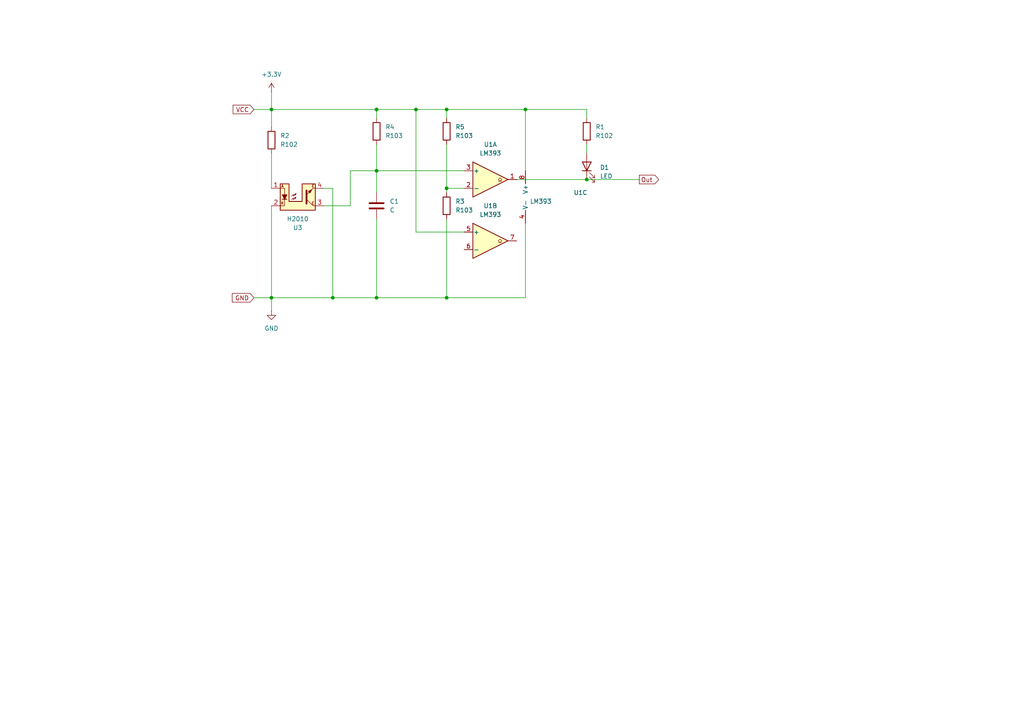
<source format=kicad_sch>
(kicad_sch (version 20231120) (generator "eeschema") (generator_version "8.0")
  (paper "A4")
  (title_block (title "Beecounter") (date "03.06.2024") (rev "0.5") (company "Apis mellifera"))
  (lib_symbols
    (symbol "Comparator:LM393" (pin_names (offset 0.127))
      (property "Reference" "U" (at 3.81 3.81 0))
      (property "Value" "LM393" (at 6.35 -3.81 0))
      (symbol "LM393_1_1"
        (polyline (pts (xy -5.08 5.08) (xy 5.08 0) (xy -5.08 -5.08) (xy -5.08 5.08)) (stroke (width 0.254)) (fill (type background)))
        (polyline (pts (xy 3.302 -0.508) (xy 2.794 -0.508) (xy 3.302 0) (xy 2.794 0.508) (xy 2.286 0) (xy 2.794 -0.508) (xy 2.286 -0.508)) (stroke (width 0.127)))
        (pin open_collector line (at 7.62 0 180) (length 2.54) (name "~") (number "1"))
        (pin input line (at -7.62 -2.54 0) (length 2.54) (name "-") (number "2"))
        (pin input line (at -7.62 2.54 0) (length 2.54) (name "+") (number "3"))
      )
      (symbol "LM393_2_1"
        (polyline (pts (xy -5.08 5.08) (xy 5.08 0) (xy -5.08 -5.08) (xy -5.08 5.08)) (stroke (width 0.254)) (fill (type background)))
        (polyline (pts (xy 3.302 -0.508) (xy 2.794 -0.508) (xy 3.302 0) (xy 2.794 0.508) (xy 2.286 0) (xy 2.794 -0.508) (xy 2.286 -0.508)) (stroke (width 0.127)))
        (pin input line (at -7.62 2.54 0) (length 2.54) (name "+") (number "5"))
        (pin input line (at -7.62 -2.54 0) (length 2.54) (name "-") (number "6"))
        (pin open_collector line (at 7.62 0 180) (length 2.54) (name "~") (number "7"))
      )
      (symbol "LM393_3_1"
        (pin power_in line (at -2.54 -7.62 90) (length 3.81) (name "V-") (number "4"))
        (pin power_in line (at -2.54 7.62 270) (length 3.81) (name "V+") (number "8"))
      )
    )
    (symbol "Device:C" (pin_numbers hide) (pin_names (offset 0.254))
      (property "Reference" "C" (at 0.635 2.54 0))
      (property "Value" "C" (at 0.635 -2.54 0))
      (symbol "C_0_1"
        (polyline (pts (xy -2.032 -0.762) (xy 2.032 -0.762)) (stroke (width 0.508)))
        (polyline (pts (xy -2.032 0.762) (xy 2.032 0.762)) (stroke (width 0.508)))
      )
      (symbol "C_1_1"
        (pin passive line (at 0 3.81 270) (length 2.794) (name "~") (number "1"))
        (pin passive line (at 0 -3.81 90) (length 2.794) (name "~") (number "2"))
      )
    )
    (symbol "Device:LED" (pin_numbers hide) (pin_names (offset 1.016) hide)
      (property "Reference" "D" (at 0 2.54 0))
      (property "Value" "LED" (at 0 -2.54 0))
      (symbol "LED_0_1"
        (polyline (pts (xy -1.27 -1.27) (xy -1.27 1.27)) (stroke (width 0.254)))
        (polyline (pts (xy -1.27 0) (xy 1.27 0)))
        (polyline (pts (xy 1.27 -1.27) (xy 1.27 1.27) (xy -1.27 0) (xy 1.27 -1.27)) (stroke (width 0.254)))
        (polyline (pts (xy -3.048 -0.762) (xy -4.572 -2.286) (xy -3.81 -2.286) (xy -4.572 -2.286) (xy -4.572 -1.524)))
        (polyline (pts (xy -1.778 -0.762) (xy -3.302 -2.286) (xy -2.54 -2.286) (xy -3.302 -2.286) (xy -3.302 -1.524)))
      )
      (symbol "LED_1_1"
        (pin passive line (at -3.81 0 0) (length 2.54) (name "K") (number "1"))
        (pin passive line (at 3.81 0 180) (length 2.54) (name "A") (number "2"))
      )
    )
    (symbol "Device:R" (pin_numbers hide) (pin_names (offset 0))
      (property "Reference" "R" (at 2.032 0 90))
      (property "Value" "R" (at 0 0 90))
      (symbol "R_0_1"
        (rectangle (start -1.016 -2.54) (end 1.016 2.54) (stroke (width 0.254)))
      )
      (symbol "R_1_1"
        (pin passive line (at 0 3.81 270) (length 1.27) (name "~") (number "1"))
        (pin passive line (at 0 -3.81 90) (length 1.27) (name "~") (number "2"))
      )
    )
    (symbol "Sensor_Proximity:ITR9608-F"
      (property "Reference" "U" (at -5.08 5.08 0))
      (property "Value" "ITR9608-F" (at 0 -5.08 0))
      (symbol "ITR9608-F_0_0"
        (text "A" (at -4.445 3.175 0) (effects (font (size 0.762 0.762))))
        (text "C" (at 4.445 -1.778 0) (effects (font (size 0.762 0.762))))
        (text "E" (at 4.445 3.175 0) (effects (font (size 0.762 0.762))))
        (text "K" (at -4.445 -1.778 0) (effects (font (size 0.762 0.762))))
      )
      (symbol "ITR9608-F_0_1"
        (polyline (pts (xy -4.445 -0.635) (xy -3.175 -0.635)) (stroke (width 0.254)))
        (polyline (pts (xy 2.54 -0.635) (xy 4.445 -2.54)))
        (polyline (pts (xy 4.445 -2.54) (xy 5.08 -2.54)))
        (polyline (pts (xy 4.445 2.54) (xy 2.54 0.635)) (fill (type outline)))
        (polyline (pts (xy 4.445 2.54) (xy 5.08 2.54)))
        (polyline (pts (xy -5.08 -2.54) (xy -3.81 -2.54) (xy -3.81 -0.635)))
        (polyline (pts (xy -5.08 2.54) (xy -3.81 2.54) (xy -3.81 0.635)))
        (polyline (pts (xy 2.54 -1.905) (xy 2.54 1.905) (xy 2.54 1.905)) (stroke (width 0.508)))
        (polyline (pts (xy -3.81 -0.635) (xy -4.445 0.635) (xy -3.175 0.635) (xy -3.81 -0.635)) (stroke (width 0.254)) (fill (type outline)))
        (polyline (pts (xy -1.778 0.254) (xy -1.2446 0.762) (xy -1.2446 0.254) (xy -0.4826 1.016)))
        (polyline (pts (xy -0.4826 1.016) (xy -0.9906 0.762) (xy -0.7366 0.508) (xy -0.4826 1.016)))
        (polyline (pts (xy 3.048 1.651) (xy 3.556 1.143) (xy 4.064 2.159) (xy 3.048 1.651) (xy 3.048 1.651)) (fill (type outline)))
        (polyline (pts (xy -1.778 -0.762) (xy -1.2446 -0.254) (xy -1.2446 -0.762) (xy -0.4826 0) (xy -0.9906 -0.254) (xy -0.7366 -0.508) (xy -0.4826 0)))
        (polyline (pts (xy -5.08 3.81) (xy -5.08 -3.81) (xy 5.08 -3.81) (xy 5.08 3.81) (xy 1.27 3.81) (xy 1.27 -1.27) (xy -2.54 -1.27) (xy -2.54 3.81) (xy -5.08 3.81)) (stroke (width 0.254)) (fill (type background)))
      )
      (symbol "ITR9608-F_1_1"
        (pin passive line (at -7.62 2.54 0) (length 2.54) (name "~") (number "1"))
        (pin passive line (at -7.62 -2.54 0) (length 2.54) (name "~") (number "2"))
        (pin open_collector line (at 7.62 -2.54 180) (length 2.54) (name "~") (number "3"))
        (pin open_emitter line (at 7.62 2.54 180) (length 2.54) (name "~") (number "4"))
      )
    )
    (symbol "power:+3.3V" (power) (pin_numbers hide) (pin_names (offset 0) hide)
      (property "Value" "+3.3V" (at 0 3.556 0))
      (symbol "+3.3V_0_1"
        (polyline (pts (xy -0.762 1.27) (xy 0 2.54)))
        (polyline (pts (xy 0 0) (xy 0 2.54)))
        (polyline (pts (xy 0 2.54) (xy 0.762 1.27)))
      )
      (symbol "+3.3V_1_1"
        (pin power_in line (at 0 0 90) (length 0) (name "~") (number "1"))
      )
    )
    (symbol "power:GND" (power) (pin_numbers hide) (pin_names (offset 0) hide)
      (property "Value" "GND" (at 0 -3.81 0))
      (symbol "GND_0_1"
        (polyline (pts (xy 0 0) (xy 0 -1.27) (xy 1.27 -1.27) (xy 0 -2.54) (xy -1.27 -1.27) (xy 0 -1.27)))
      )
      (symbol "GND_1_1"
        (pin power_in line (at 0 0 270) (length 0) (name "~") (number "1"))
      )
    )
  )
  (junction (at 129.54 54.61))
  (junction (at 78.74 86.36))
  (junction (at 170.18 52.07))
  (junction (at 120.65 31.75))
  (junction (at 109.22 31.75))
  (junction (at 96.52 86.36))
  (junction (at 109.22 86.36))
  (junction (at 129.54 31.75))
  (junction (at 152.4 31.75))
  (junction (at 78.74 31.75))
  (junction (at 129.54 86.36))
  (junction (at 109.22 49.53))
  (wire (pts (xy 93.98 54.61) (xy 96.52 54.61)))
  (wire (pts (xy 134.62 54.61) (xy 129.54 54.61)))
  (wire (pts (xy 170.18 31.75) (xy 170.18 34.29)))
  (wire (pts (xy 109.22 63.5) (xy 109.22 86.36)))
  (wire (pts (xy 120.65 67.31) (xy 134.62 67.31)))
  (wire (pts (xy 78.74 59.69) (xy 78.74 86.36)))
  (wire (pts (xy 109.22 49.53) (xy 134.62 49.53)))
  (wire (pts (xy 109.22 31.75) (xy 120.65 31.75)))
  (wire (pts (xy 78.74 86.36) (xy 96.52 86.36)))
  (wire (pts (xy 109.22 49.53) (xy 109.22 55.88)))
  (wire (pts (xy 152.4 31.75) (xy 152.4 49.53)))
  (wire (pts (xy 129.54 41.91) (xy 129.54 54.61)))
  (wire (pts (xy 73.66 31.75) (xy 78.74 31.75)))
  (wire (pts (xy 152.4 86.36) (xy 129.54 86.36)))
  (wire (pts (xy 93.98 59.69) (xy 101.6 59.69)))
  (wire (pts (xy 149.86 52.07) (xy 170.18 52.07)))
  (wire (pts (xy 129.54 63.5) (xy 129.54 86.36)))
  (wire (pts (xy 152.4 31.75) (xy 170.18 31.75)))
  (wire (pts (xy 120.65 31.75) (xy 129.54 31.75)))
  (wire (pts (xy 109.22 86.36) (xy 129.54 86.36)))
  (wire (pts (xy 129.54 31.75) (xy 152.4 31.75)))
  (wire (pts (xy 78.74 31.75) (xy 109.22 31.75)))
  (wire (pts (xy 109.22 31.75) (xy 109.22 34.29)))
  (wire (pts (xy 120.65 67.31) (xy 120.65 31.75)))
  (wire (pts (xy 96.52 86.36) (xy 109.22 86.36)))
  (wire (pts (xy 96.52 54.61) (xy 96.52 86.36)))
  (wire (pts (xy 101.6 49.53) (xy 109.22 49.53)))
  (wire (pts (xy 78.74 86.36) (xy 78.74 90.17)))
  (wire (pts (xy 73.66 86.36) (xy 78.74 86.36)))
  (wire (pts (xy 78.74 44.45) (xy 78.74 54.61)))
  (wire (pts (xy 109.22 49.53) (xy 109.22 41.91)))
  (wire (pts (xy 170.18 52.07) (xy 185.42 52.07)))
  (wire (pts (xy 78.74 36.83) (xy 78.74 31.75)))
  (wire (pts (xy 78.74 26.67) (xy 78.74 31.75)))
  (wire (pts (xy 152.4 64.77) (xy 152.4 86.36)))
  (wire (pts (xy 129.54 54.61) (xy 129.54 55.88)))
  (wire (pts (xy 129.54 31.75) (xy 129.54 34.29)))
  (wire (pts (xy 170.18 41.91) (xy 170.18 44.45)))
  (wire (pts (xy 101.6 59.69) (xy 101.6 49.53)))
  (global_label "VCC" (shape input) (at 73.66 31.75 180) (property "Intersheetrefs" "${INTERSHEET_REFS}" (effects (hide yes))))
  (global_label "GND" (shape input) (at 73.66 86.36 180) (property "Intersheetrefs" "${INTERSHEET_REFS}" (effects (hide yes))))
  (global_label "Out" (shape output) (at 185.42 52.07 0) (property "Intersheetrefs" "${INTERSHEET_REFS}" (effects (hide yes))))
  (symbol (lib_id "Device:LED") (at 170.18 48.26 90) (unit 1)
    (property "Reference" "D1" (at 173.99 48.5774 90) (effects (justify right)))
    (property "Value" "LED" (at 173.99 51.1174 90) (effects (justify right)))
    (property "Description" "Light emitting diode" (effects (hide yes)))
  )
  (symbol (lib_id "Device:R") (at 109.22 38.1 180) (unit 1)
    (property "Reference" "R4" (at 111.76 36.8299 0) (effects (justify right)))
    (property "Value" "R103" (at 111.76 39.3699 0) (effects (justify right)))
    (property "Description" "Resistor" (effects (hide yes)))
  )
  (symbol (lib_id "Device:C") (at 109.22 59.69 0) (unit 1)
    (property "Reference" "C1" (at 113.03 58.4199 0) (effects (justify left)))
    (property "Value" "C" (at 113.03 60.9599 0) (effects (justify left)))
    (property "Description" "Unpolarized capacitor" (effects (hide yes)))
  )
  (symbol (lib_id "Sensor_Proximity:ITR9608-F") (at 86.36 57.15 0) (unit 1)
    (property "Reference" "U3" (at 86.36 66.04 0))
    (property "Value" "H2010" (at 86.36 63.5 0))
    (property "Footprint" "OptoDevice:Everlight_ITR9608-F" (effects (hide yes)))
    (property "Datasheet" "https://www.everlighteurope.com/custom/files/datasheets/DRX-0000076.pdf" (effects (hide yes)))
    (property "Description" "Photointerrupter infrared LED with photo IC, -25 to +85 degree Celsius" (effects (hide yes)))
  )
  (symbol (lib_id "Comparator:LM393") (at 154.94 57.15 0) (unit 3)
    (property "Reference" "U1" (at 166.37 55.8799 0) (effects (justify left)))
    (property "Value" "LM393" (at 153.67 58.4199 0) (effects (justify left)))
    (property "Datasheet" "http://www.ti.com/lit/ds/symlink/lm393.pdf" (effects (hide yes)))
    (property "Description" "Low-Power, Low-Offset Voltage, Dual Comparators, DIP-8/SOIC-8/TO-99-8" (effects (hide yes)))
  )
  (symbol (lib_id "Device:R") (at 170.18 38.1 0) (unit 1)
    (property "Reference" "R1" (at 172.72 36.8299 0) (effects (justify left)))
    (property "Value" "R102" (at 172.72 39.3699 0) (effects (justify left)))
    (property "Description" "Resistor" (effects (hide yes)))
  )
  (symbol (lib_id "Device:R") (at 129.54 38.1 0) (unit 1)
    (property "Reference" "R5" (at 132.08 36.8299 0) (effects (justify left)))
    (property "Value" "R103" (at 132.08 39.3699 0) (effects (justify left)))
    (property "Description" "Resistor" (effects (hide yes)))
  )
  (symbol (lib_id "Device:R") (at 78.74 40.64 0) (unit 1)
    (property "Reference" "R2" (at 81.28 39.3699 0) (effects (justify left)))
    (property "Value" "R102" (at 81.28 41.9099 0) (effects (justify left)))
    (property "Description" "Resistor" (effects (hide yes)))
  )
  (symbol (lib_id "Comparator:LM393") (at 142.24 52.07 0) (unit 1)
    (property "Reference" "U1" (at 142.24 41.91 0))
    (property "Value" "LM393" (at 142.24 44.45 0))
    (property "Datasheet" "http://www.ti.com/lit/ds/symlink/lm393.pdf" (effects (hide yes)))
    (property "Description" "Low-Power, Low-Offset Voltage, Dual Comparators, DIP-8/SOIC-8/TO-99-8" (effects (hide yes)))
  )
  (symbol (lib_id "power:+3.3V") (at 78.74 26.67 0) (unit 1)
    (property "Reference" "#PWR01" (effects (hide yes)))
    (property "Value" "+3.3V" (at 78.74 21.59 0))
    (property "Description" "Power symbol creates a global label with name \"+3.3V\"" (effects (hide yes)))
  )
  (symbol (lib_id "power:GND") (at 78.74 90.17 0) (unit 1)
    (property "Reference" "#PWR02" (effects (hide yes)))
    (property "Value" "GND" (at 78.74 95.25 0))
    (property "Description" "Power symbol creates a global label with name \"GND\" , ground" (effects (hide yes)))
  )
  (symbol (lib_id "Device:R") (at 129.54 59.69 0) (unit 1)
    (property "Reference" "R3" (at 132.08 58.4199 0) (effects (justify left)))
    (property "Value" "R103" (at 132.08 60.9599 0) (effects (justify left)))
    (property "Description" "Resistor" (effects (hide yes)))
  )
  (symbol (lib_id "Comparator:LM393") (at 142.24 69.85 0) (unit 2)
    (property "Reference" "U1" (at 142.24 59.69 0))
    (property "Value" "LM393" (at 142.24 62.23 0))
    (property "Datasheet" "http://www.ti.com/lit/ds/symlink/lm393.pdf" (effects (hide yes)))
    (property "Description" "Low-Power, Low-Offset Voltage, Dual Comparators, DIP-8/SOIC-8/TO-99-8" (effects (hide yes)))
  )
)
</source>
